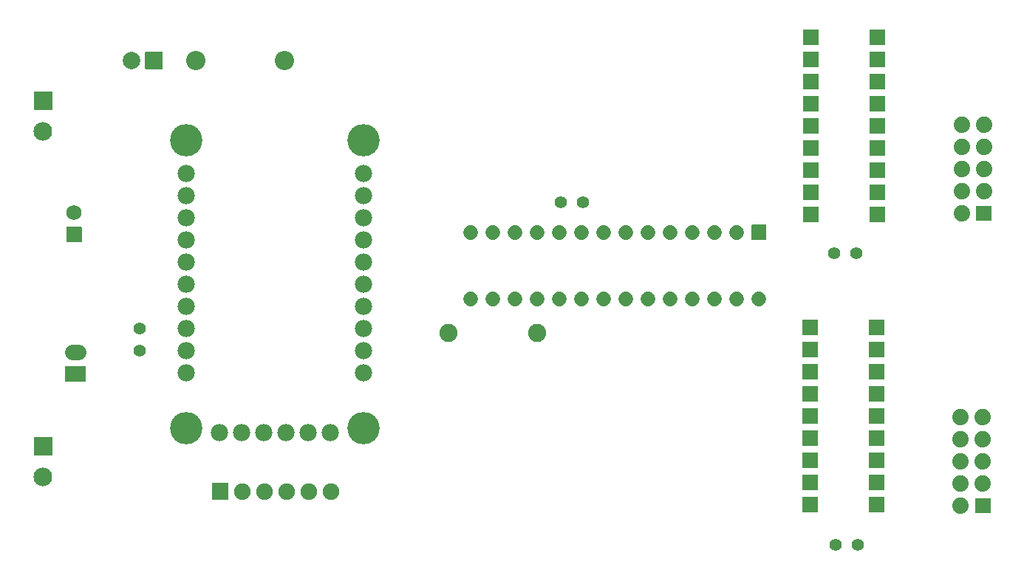
<source format=gts>
G04 Layer: TopSolderMaskLayer*
G04 EasyEDA v6.5.8, 2022-08-15 07:29:34*
G04 028e3914a6f949ed9ca799ef75e4ed4f,10*
G04 Gerber Generator version 0.2*
G04 Scale: 100 percent, Rotated: No, Reflected: No *
G04 Dimensions in millimeters *
G04 leading zeros omitted , absolute positions ,4 integer and 5 decimal *
%FSLAX45Y45*%
%MOMM*%

%ADD10C,1.7516*%
%ADD11C,1.7016*%
%ADD12C,1.9016*%
%ADD13C,1.3970*%
%ADD14C,2.0032*%
%ADD15C,1.7526*%
%ADD16C,2.1336*%
%ADD17C,1.8796*%
%ADD18C,2.0828*%
%ADD19C,3.7084*%
%ADD20C,1.9812*%
%ADD21C,2.2032*%
%ADD22C,0.0172*%

%LPD*%
D10*
X1505699Y4597400D02*
G01*
X1440700Y4597400D01*
D11*
X8801100Y5207000D02*
G01*
X8801100Y5207000D01*
X8547100Y5207000D02*
G01*
X8547100Y5207000D01*
X8293100Y5207000D02*
G01*
X8293100Y5207000D01*
X8039100Y5207000D02*
G01*
X8039100Y5207000D01*
X7785100Y5207000D02*
G01*
X7785100Y5207000D01*
X7531100Y5207000D02*
G01*
X7531100Y5207000D01*
X7277100Y5207000D02*
G01*
X7277100Y5207000D01*
X7277100Y5969000D02*
G01*
X7277100Y5969000D01*
X9055100Y5207000D02*
G01*
X9055100Y5207000D01*
X9309100Y5207000D02*
G01*
X9309100Y5207000D01*
X7531100Y5969000D02*
G01*
X7531100Y5969000D01*
X7785100Y5969000D02*
G01*
X7785100Y5969000D01*
X8039100Y5969000D02*
G01*
X8039100Y5969000D01*
X8293100Y5969000D02*
G01*
X8293100Y5969000D01*
X8547100Y5969000D02*
G01*
X8547100Y5969000D01*
X8801100Y5969000D02*
G01*
X8801100Y5969000D01*
X9055100Y5969000D02*
G01*
X9055100Y5969000D01*
X7023100Y5969000D02*
G01*
X7023100Y5969000D01*
X6769100Y5969000D02*
G01*
X6769100Y5969000D01*
X6515100Y5969000D02*
G01*
X6515100Y5969000D01*
X6261100Y5969000D02*
G01*
X6261100Y5969000D01*
X6007100Y5969000D02*
G01*
X6007100Y5969000D01*
X6007100Y5207000D02*
G01*
X6007100Y5207000D01*
X6261100Y5207000D02*
G01*
X6261100Y5207000D01*
X6515100Y5207000D02*
G01*
X6515100Y5207000D01*
X6769100Y5207000D02*
G01*
X6769100Y5207000D01*
X7023100Y5207000D02*
G01*
X7023100Y5207000D01*
D12*
G01*
X4406900Y2997200D03*
G01*
X4152900Y2997200D03*
G01*
X3898900Y2997200D03*
G01*
X3644900Y2997200D03*
G01*
X3390900Y2997200D03*
G36*
X3046900Y2902120D02*
G01*
X3045376Y2902374D01*
X3043852Y2903136D01*
X3042836Y2904152D01*
X3042074Y2905676D01*
X3041820Y2907200D01*
X3041904Y2907284D01*
X3041904Y3087115D01*
X3041820Y3087199D01*
X3042074Y3088723D01*
X3042836Y3090247D01*
X3043852Y3091263D01*
X3045376Y3092025D01*
X3046900Y3092279D01*
X3046984Y3092195D01*
X3226815Y3092195D01*
X3226899Y3092279D01*
X3228423Y3092025D01*
X3229947Y3091263D01*
X3230963Y3090247D01*
X3231725Y3088723D01*
X3231979Y3087199D01*
X3231895Y3087115D01*
X3231895Y2907284D01*
X3231979Y2907200D01*
X3231725Y2905676D01*
X3230963Y2904152D01*
X3229947Y2903136D01*
X3228423Y2902374D01*
X3226899Y2902120D01*
X3226815Y2902204D01*
X3046984Y2902204D01*
G37*
G36*
X1358137Y4255770D02*
G01*
X1358198Y4255820D01*
X1356674Y4256074D01*
X1355150Y4256836D01*
X1354134Y4257852D01*
X1353372Y4259376D01*
X1353118Y4260900D01*
X1353057Y4260850D01*
X1353057Y4425950D01*
X1353118Y4425899D01*
X1353372Y4427423D01*
X1354134Y4428947D01*
X1355150Y4429963D01*
X1356674Y4430725D01*
X1358198Y4430979D01*
X1358137Y4431029D01*
X1588262Y4431029D01*
X1588201Y4430979D01*
X1589725Y4430725D01*
X1591249Y4429963D01*
X1592265Y4428947D01*
X1593027Y4427423D01*
X1593281Y4425899D01*
X1593342Y4425950D01*
X1593342Y4260850D01*
X1593281Y4260900D01*
X1593027Y4259376D01*
X1592265Y4257852D01*
X1591249Y4256836D01*
X1589725Y4256074D01*
X1588201Y4255820D01*
X1588262Y4255770D01*
G37*
D13*
G01*
X10185400Y2387600D03*
G01*
X10439400Y2387600D03*
G01*
X10172700Y5727700D03*
G01*
X10426700Y5727700D03*
G01*
X7035800Y6311900D03*
G01*
X7289800Y6311900D03*
G01*
X2209800Y4610100D03*
G01*
X2209800Y4864100D03*
D14*
G01*
X2120900Y7937500D03*
G36*
X2284907Y7837347D02*
G01*
X2281859Y7837855D01*
X2278811Y7839379D01*
X2276779Y7841411D01*
X2275255Y7844459D01*
X2274747Y7847507D01*
X2274824Y7847584D01*
X2274824Y8027415D01*
X2274747Y8027492D01*
X2275255Y8030540D01*
X2276779Y8033588D01*
X2278811Y8035620D01*
X2281859Y8037144D01*
X2284907Y8037652D01*
X2284984Y8037576D01*
X2464815Y8037576D01*
X2464892Y8037652D01*
X2467940Y8037144D01*
X2470988Y8035620D01*
X2473020Y8033588D01*
X2474544Y8030540D01*
X2475052Y8027492D01*
X2474975Y8027415D01*
X2474975Y7847584D01*
X2475052Y7847507D01*
X2474544Y7844459D01*
X2473020Y7841411D01*
X2470988Y7839379D01*
X2467940Y7837855D01*
X2464892Y7837347D01*
X2464815Y7837423D01*
X2284984Y7837423D01*
G37*
G36*
X1377950Y5855970D02*
G01*
X1376426Y5856223D01*
X1374902Y5856986D01*
X1373886Y5858002D01*
X1373123Y5859526D01*
X1372870Y5861050D01*
X1372870Y6026150D01*
X1373123Y6027673D01*
X1373886Y6029197D01*
X1374902Y6030213D01*
X1376426Y6030976D01*
X1377950Y6031229D01*
X1543050Y6031229D01*
X1544573Y6030976D01*
X1546097Y6030213D01*
X1547113Y6029197D01*
X1547876Y6027673D01*
X1548129Y6026150D01*
X1548129Y5861050D01*
X1547876Y5859526D01*
X1547113Y5858002D01*
X1546097Y5856986D01*
X1544573Y5856223D01*
X1543050Y5855970D01*
G37*
D15*
G01*
X1460500Y6197600D03*
G36*
X1003300Y3409619D02*
G01*
X1001776Y3409873D01*
X1000252Y3410635D01*
X999236Y3411651D01*
X998473Y3413175D01*
X998220Y3414699D01*
X998220Y3617899D01*
X998473Y3619423D01*
X999236Y3620947D01*
X1000252Y3621963D01*
X1001776Y3622725D01*
X1003300Y3622979D01*
X1003300Y3623055D01*
X1206500Y3623055D01*
X1206500Y3622979D01*
X1208023Y3622725D01*
X1209547Y3621963D01*
X1210563Y3620947D01*
X1211326Y3619423D01*
X1211579Y3617899D01*
X1211579Y3414699D01*
X1211326Y3413175D01*
X1210563Y3411651D01*
X1209547Y3410635D01*
X1208023Y3409873D01*
X1206500Y3409619D01*
X1206500Y3409695D01*
X1003300Y3409695D01*
G37*
D16*
G01*
X1104900Y3166287D03*
G36*
X1003300Y7372019D02*
G01*
X1001776Y7372273D01*
X1000252Y7373035D01*
X999236Y7374051D01*
X998473Y7375575D01*
X998220Y7377099D01*
X998220Y7580299D01*
X998473Y7581823D01*
X999236Y7583347D01*
X1000252Y7584363D01*
X1001776Y7585125D01*
X1003300Y7585379D01*
X1003300Y7585455D01*
X1206500Y7585455D01*
X1206500Y7585379D01*
X1208023Y7585125D01*
X1209547Y7584363D01*
X1210563Y7583347D01*
X1211326Y7581823D01*
X1211579Y7580299D01*
X1211579Y7377099D01*
X1211326Y7375575D01*
X1210563Y7374051D01*
X1209547Y7373035D01*
X1208023Y7372273D01*
X1206500Y7372019D01*
X1206500Y7372095D01*
X1003300Y7372095D01*
G37*
G01*
X1104900Y7128687D03*
G36*
X11791950Y2744470D02*
G01*
X11790425Y2744723D01*
X11788902Y2745486D01*
X11787886Y2746502D01*
X11787124Y2748026D01*
X11786870Y2749550D01*
X11786870Y2914650D01*
X11787124Y2916173D01*
X11787886Y2917697D01*
X11788902Y2918713D01*
X11790425Y2919476D01*
X11791950Y2919729D01*
X11957050Y2919729D01*
X11958574Y2919476D01*
X11960097Y2918713D01*
X11961113Y2917697D01*
X11961875Y2916173D01*
X11962129Y2914650D01*
X11962129Y2749550D01*
X11961875Y2748026D01*
X11961113Y2746502D01*
X11960097Y2745486D01*
X11958574Y2744723D01*
X11957050Y2744470D01*
G37*
D17*
G01*
X11620500Y2832100D03*
G01*
X11874500Y3086100D03*
G01*
X11620500Y3086100D03*
G01*
X11874500Y3340100D03*
G01*
X11620500Y3340100D03*
G01*
X11874500Y3594100D03*
G01*
X11620500Y3594100D03*
G01*
X11874500Y3848100D03*
G01*
X11620500Y3848100D03*
G36*
X11804650Y6097270D02*
G01*
X11803125Y6097523D01*
X11801602Y6098286D01*
X11800586Y6099302D01*
X11799824Y6100826D01*
X11799570Y6102350D01*
X11799570Y6267450D01*
X11799824Y6268973D01*
X11800586Y6270497D01*
X11801602Y6271513D01*
X11803125Y6272276D01*
X11804650Y6272529D01*
X11969750Y6272529D01*
X11971274Y6272276D01*
X11972797Y6271513D01*
X11973813Y6270497D01*
X11974575Y6268973D01*
X11974829Y6267450D01*
X11974829Y6102350D01*
X11974575Y6100826D01*
X11973813Y6099302D01*
X11972797Y6098286D01*
X11971274Y6097523D01*
X11969750Y6097270D01*
G37*
G01*
X11633200Y6184900D03*
G01*
X11887200Y6438900D03*
G01*
X11633200Y6438900D03*
G01*
X11887200Y6692900D03*
G01*
X11633200Y6692900D03*
G01*
X11887200Y6946900D03*
G01*
X11633200Y6946900D03*
G01*
X11887200Y7200900D03*
G01*
X11633200Y7200900D03*
D18*
G01*
X6769100Y4813300D03*
G01*
X5753100Y4813300D03*
G36*
X9229090Y5883910D02*
G01*
X9229100Y5883920D01*
X9227576Y5884174D01*
X9226052Y5884936D01*
X9225036Y5885952D01*
X9224274Y5887476D01*
X9224020Y5889000D01*
X9224009Y5888989D01*
X9224009Y6049010D01*
X9224020Y6048999D01*
X9224274Y6050523D01*
X9225036Y6052047D01*
X9226052Y6053063D01*
X9227576Y6053825D01*
X9229100Y6054079D01*
X9229090Y6054089D01*
X9389109Y6054089D01*
X9389099Y6054079D01*
X9390623Y6053825D01*
X9392147Y6053063D01*
X9393163Y6052047D01*
X9393925Y6050523D01*
X9394179Y6048999D01*
X9394190Y6049010D01*
X9394190Y5888989D01*
X9394179Y5889000D01*
X9393925Y5887476D01*
X9393163Y5885952D01*
X9392147Y5884936D01*
X9390623Y5884174D01*
X9389099Y5883920D01*
X9389109Y5883910D01*
G37*
D19*
G01*
X4775200Y7023100D03*
D20*
G01*
X4775200Y4356100D03*
G01*
X4775200Y4610100D03*
G01*
X4775200Y4864100D03*
G01*
X4775200Y5118100D03*
G01*
X4775200Y5372100D03*
G01*
X4775200Y5626100D03*
G01*
X4775200Y5880100D03*
G01*
X4775200Y6134100D03*
G01*
X4775200Y6388100D03*
G01*
X4775200Y6642100D03*
D19*
G01*
X4775200Y3721100D03*
D20*
G01*
X4394200Y3670300D03*
G01*
X3124200Y3670300D03*
G01*
X3378200Y3670300D03*
G01*
X3632200Y3670300D03*
G01*
X3886200Y3670300D03*
G01*
X4140200Y3670300D03*
D19*
G01*
X2743200Y3721100D03*
D20*
G01*
X2743200Y4356100D03*
G01*
X2743200Y6642100D03*
G01*
X2743200Y6388100D03*
G01*
X2743200Y6134100D03*
G01*
X2743200Y5880100D03*
G01*
X2743200Y5626100D03*
G01*
X2743200Y5372100D03*
G01*
X2743200Y5118100D03*
G01*
X2743200Y4864100D03*
G01*
X2743200Y4610100D03*
G01*
X2743200Y4356100D03*
D19*
G01*
X2743200Y7023100D03*
G36*
X9813290Y4786629D02*
G01*
X9810242Y4787137D01*
X9807194Y4788662D01*
X9805162Y4790694D01*
X9803638Y4793742D01*
X9803130Y4796789D01*
X9803129Y4796789D01*
X9803129Y4956810D01*
X9803130Y4956810D01*
X9803638Y4959857D01*
X9805162Y4962905D01*
X9807194Y4964937D01*
X9810242Y4966462D01*
X9813290Y4966970D01*
X9973309Y4966970D01*
X9976357Y4966462D01*
X9979405Y4964937D01*
X9981437Y4962905D01*
X9982961Y4959857D01*
X9983469Y4956810D01*
X9983470Y4956810D01*
X9983470Y4796789D01*
X9983469Y4796789D01*
X9982961Y4793742D01*
X9981437Y4790694D01*
X9979405Y4788662D01*
X9976357Y4787137D01*
X9973309Y4786629D01*
G37*
G36*
X9813290Y4532629D02*
G01*
X9810242Y4533137D01*
X9807194Y4534662D01*
X9805162Y4536694D01*
X9803638Y4539742D01*
X9803130Y4542789D01*
X9803129Y4542789D01*
X9803129Y4702810D01*
X9803130Y4702810D01*
X9803638Y4705857D01*
X9805162Y4708905D01*
X9807194Y4710937D01*
X9810242Y4712462D01*
X9813290Y4712970D01*
X9973309Y4712970D01*
X9976357Y4712462D01*
X9979405Y4710937D01*
X9981437Y4708905D01*
X9982961Y4705857D01*
X9983469Y4702810D01*
X9983470Y4702810D01*
X9983470Y4542789D01*
X9983469Y4542789D01*
X9982961Y4539742D01*
X9981437Y4536694D01*
X9979405Y4534662D01*
X9976357Y4533137D01*
X9973309Y4532629D01*
G37*
G36*
X9813290Y3262629D02*
G01*
X9810242Y3263137D01*
X9807194Y3264662D01*
X9805162Y3266694D01*
X9803638Y3269742D01*
X9803130Y3272789D01*
X9803129Y3272789D01*
X9803129Y3432810D01*
X9803130Y3432810D01*
X9803638Y3435857D01*
X9805162Y3438905D01*
X9807194Y3440937D01*
X9810242Y3442462D01*
X9813290Y3442970D01*
X9973309Y3442970D01*
X9976357Y3442462D01*
X9979405Y3440937D01*
X9981437Y3438905D01*
X9982961Y3435857D01*
X9983469Y3432810D01*
X9983470Y3432810D01*
X9983470Y3272789D01*
X9983469Y3272789D01*
X9982961Y3269742D01*
X9981437Y3266694D01*
X9979405Y3264662D01*
X9976357Y3263137D01*
X9973309Y3262629D01*
G37*
G36*
X9813290Y3008629D02*
G01*
X9810242Y3009137D01*
X9807194Y3010662D01*
X9805162Y3012694D01*
X9803638Y3015742D01*
X9803130Y3018789D01*
X9803129Y3018789D01*
X9803129Y3178810D01*
X9803130Y3178810D01*
X9803638Y3181857D01*
X9805162Y3184905D01*
X9807194Y3186937D01*
X9810242Y3188462D01*
X9813290Y3188970D01*
X9973309Y3188970D01*
X9976357Y3188462D01*
X9979405Y3186937D01*
X9981437Y3184905D01*
X9982961Y3181857D01*
X9983469Y3178810D01*
X9983470Y3178810D01*
X9983470Y3018789D01*
X9983469Y3018789D01*
X9982961Y3015742D01*
X9981437Y3012694D01*
X9979405Y3010662D01*
X9976357Y3009137D01*
X9973309Y3008629D01*
G37*
G36*
X9813290Y4278629D02*
G01*
X9810242Y4279137D01*
X9807194Y4280662D01*
X9805162Y4282694D01*
X9803638Y4285742D01*
X9803130Y4288789D01*
X9803129Y4288789D01*
X9803129Y4448810D01*
X9803130Y4448810D01*
X9803638Y4451857D01*
X9805162Y4454905D01*
X9807194Y4456937D01*
X9810242Y4458462D01*
X9813290Y4458970D01*
X9973309Y4458970D01*
X9976357Y4458462D01*
X9979405Y4456937D01*
X9981437Y4454905D01*
X9982961Y4451857D01*
X9983469Y4448810D01*
X9983470Y4448810D01*
X9983470Y4288789D01*
X9983469Y4288789D01*
X9982961Y4285742D01*
X9981437Y4282694D01*
X9979405Y4280662D01*
X9976357Y4279137D01*
X9973309Y4278629D01*
G37*
G36*
X9813290Y4024629D02*
G01*
X9810242Y4025137D01*
X9807194Y4026662D01*
X9805162Y4028694D01*
X9803638Y4031742D01*
X9803130Y4034789D01*
X9803129Y4034789D01*
X9803129Y4194810D01*
X9803130Y4194810D01*
X9803638Y4197857D01*
X9805162Y4200905D01*
X9807194Y4202937D01*
X9810242Y4204462D01*
X9813290Y4204970D01*
X9973309Y4204970D01*
X9976357Y4204462D01*
X9979405Y4202937D01*
X9981437Y4200905D01*
X9982961Y4197857D01*
X9983469Y4194810D01*
X9983470Y4194810D01*
X9983470Y4034789D01*
X9983469Y4034789D01*
X9982961Y4031742D01*
X9981437Y4028694D01*
X9979405Y4026662D01*
X9976357Y4025137D01*
X9973309Y4024629D01*
G37*
G36*
X9813290Y3516629D02*
G01*
X9810242Y3517137D01*
X9807194Y3518662D01*
X9805162Y3520694D01*
X9803638Y3523742D01*
X9803130Y3526789D01*
X9803129Y3526789D01*
X9803129Y3686810D01*
X9803130Y3686810D01*
X9803638Y3689857D01*
X9805162Y3692905D01*
X9807194Y3694937D01*
X9810242Y3696462D01*
X9813290Y3696970D01*
X9973309Y3696970D01*
X9976357Y3696462D01*
X9979405Y3694937D01*
X9981437Y3692905D01*
X9982961Y3689857D01*
X9983469Y3686810D01*
X9983470Y3686810D01*
X9983470Y3526789D01*
X9983469Y3526789D01*
X9982961Y3523742D01*
X9981437Y3520694D01*
X9979405Y3518662D01*
X9976357Y3517137D01*
X9973309Y3516629D01*
G37*
G36*
X9813290Y3770629D02*
G01*
X9810242Y3771137D01*
X9807194Y3772662D01*
X9805162Y3774694D01*
X9803638Y3777742D01*
X9803130Y3780789D01*
X9803129Y3780789D01*
X9803129Y3940810D01*
X9803130Y3940810D01*
X9803638Y3943857D01*
X9805162Y3946905D01*
X9807194Y3948937D01*
X9810242Y3950462D01*
X9813290Y3950970D01*
X9973309Y3950970D01*
X9976357Y3950462D01*
X9979405Y3948937D01*
X9981437Y3946905D01*
X9982961Y3943857D01*
X9983469Y3940810D01*
X9983470Y3940810D01*
X9983470Y3780789D01*
X9983469Y3780789D01*
X9982961Y3777742D01*
X9981437Y3774694D01*
X9979405Y3772662D01*
X9976357Y3771137D01*
X9973309Y3770629D01*
G37*
G36*
X9813290Y2754629D02*
G01*
X9810242Y2755137D01*
X9807194Y2756662D01*
X9805162Y2758694D01*
X9803638Y2761742D01*
X9803130Y2764789D01*
X9803129Y2764789D01*
X9803129Y2924810D01*
X9803130Y2924810D01*
X9803638Y2927857D01*
X9805162Y2930905D01*
X9807194Y2932937D01*
X9810242Y2934462D01*
X9813290Y2934970D01*
X9973309Y2934970D01*
X9976357Y2934462D01*
X9979405Y2932937D01*
X9981437Y2930905D01*
X9982961Y2927857D01*
X9983469Y2924810D01*
X9983470Y2924810D01*
X9983470Y2764789D01*
X9983469Y2764789D01*
X9982961Y2761742D01*
X9981437Y2758694D01*
X9979405Y2756662D01*
X9976357Y2755137D01*
X9973309Y2754629D01*
G37*
G36*
X10575290Y2754629D02*
G01*
X10572242Y2755137D01*
X10569194Y2756662D01*
X10567162Y2758694D01*
X10565638Y2761742D01*
X10565130Y2764789D01*
X10565129Y2764789D01*
X10565129Y2924810D01*
X10565130Y2924810D01*
X10565638Y2927857D01*
X10567162Y2930905D01*
X10569194Y2932937D01*
X10572242Y2934462D01*
X10575290Y2934970D01*
X10735309Y2934970D01*
X10738357Y2934462D01*
X10741405Y2932937D01*
X10743437Y2930905D01*
X10744961Y2927857D01*
X10745469Y2924810D01*
X10745470Y2924810D01*
X10745470Y2764789D01*
X10745469Y2764789D01*
X10744961Y2761742D01*
X10743437Y2758694D01*
X10741405Y2756662D01*
X10738357Y2755137D01*
X10735309Y2754629D01*
G37*
G36*
X10575290Y3008629D02*
G01*
X10572242Y3009137D01*
X10569194Y3010662D01*
X10567162Y3012694D01*
X10565638Y3015742D01*
X10565130Y3018789D01*
X10565129Y3018789D01*
X10565129Y3178810D01*
X10565130Y3178810D01*
X10565638Y3181857D01*
X10567162Y3184905D01*
X10569194Y3186937D01*
X10572242Y3188462D01*
X10575290Y3188970D01*
X10735309Y3188970D01*
X10738357Y3188462D01*
X10741405Y3186937D01*
X10743437Y3184905D01*
X10744961Y3181857D01*
X10745469Y3178810D01*
X10745470Y3178810D01*
X10745470Y3018789D01*
X10745469Y3018789D01*
X10744961Y3015742D01*
X10743437Y3012694D01*
X10741405Y3010662D01*
X10738357Y3009137D01*
X10735309Y3008629D01*
G37*
G36*
X10575290Y3262629D02*
G01*
X10572242Y3263137D01*
X10569194Y3264662D01*
X10567162Y3266694D01*
X10565638Y3269742D01*
X10565130Y3272789D01*
X10565129Y3272789D01*
X10565129Y3432810D01*
X10565130Y3432810D01*
X10565638Y3435857D01*
X10567162Y3438905D01*
X10569194Y3440937D01*
X10572242Y3442462D01*
X10575290Y3442970D01*
X10735309Y3442970D01*
X10738357Y3442462D01*
X10741405Y3440937D01*
X10743437Y3438905D01*
X10744961Y3435857D01*
X10745469Y3432810D01*
X10745470Y3432810D01*
X10745470Y3272789D01*
X10745469Y3272789D01*
X10744961Y3269742D01*
X10743437Y3266694D01*
X10741405Y3264662D01*
X10738357Y3263137D01*
X10735309Y3262629D01*
G37*
G36*
X10575290Y3516629D02*
G01*
X10572242Y3517137D01*
X10569194Y3518662D01*
X10567162Y3520694D01*
X10565638Y3523742D01*
X10565130Y3526789D01*
X10565129Y3526789D01*
X10565129Y3686810D01*
X10565130Y3686810D01*
X10565638Y3689857D01*
X10567162Y3692905D01*
X10569194Y3694937D01*
X10572242Y3696462D01*
X10575290Y3696970D01*
X10735309Y3696970D01*
X10738357Y3696462D01*
X10741405Y3694937D01*
X10743437Y3692905D01*
X10744961Y3689857D01*
X10745469Y3686810D01*
X10745470Y3686810D01*
X10745470Y3526789D01*
X10745469Y3526789D01*
X10744961Y3523742D01*
X10743437Y3520694D01*
X10741405Y3518662D01*
X10738357Y3517137D01*
X10735309Y3516629D01*
G37*
G36*
X10575290Y3770629D02*
G01*
X10572242Y3771137D01*
X10569194Y3772662D01*
X10567162Y3774694D01*
X10565638Y3777742D01*
X10565130Y3780789D01*
X10565129Y3780789D01*
X10565129Y3940810D01*
X10565130Y3940810D01*
X10565638Y3943857D01*
X10567162Y3946905D01*
X10569194Y3948937D01*
X10572242Y3950462D01*
X10575290Y3950970D01*
X10735309Y3950970D01*
X10738357Y3950462D01*
X10741405Y3948937D01*
X10743437Y3946905D01*
X10744961Y3943857D01*
X10745469Y3940810D01*
X10745470Y3940810D01*
X10745470Y3780789D01*
X10745469Y3780789D01*
X10744961Y3777742D01*
X10743437Y3774694D01*
X10741405Y3772662D01*
X10738357Y3771137D01*
X10735309Y3770629D01*
G37*
G36*
X10575290Y4024629D02*
G01*
X10572242Y4025137D01*
X10569194Y4026662D01*
X10567162Y4028694D01*
X10565638Y4031742D01*
X10565130Y4034789D01*
X10565129Y4034789D01*
X10565129Y4194810D01*
X10565130Y4194810D01*
X10565638Y4197857D01*
X10567162Y4200905D01*
X10569194Y4202937D01*
X10572242Y4204462D01*
X10575290Y4204970D01*
X10735309Y4204970D01*
X10738357Y4204462D01*
X10741405Y4202937D01*
X10743437Y4200905D01*
X10744961Y4197857D01*
X10745469Y4194810D01*
X10745470Y4194810D01*
X10745470Y4034789D01*
X10745469Y4034789D01*
X10744961Y4031742D01*
X10743437Y4028694D01*
X10741405Y4026662D01*
X10738357Y4025137D01*
X10735309Y4024629D01*
G37*
G36*
X10575290Y4278629D02*
G01*
X10572242Y4279137D01*
X10569194Y4280662D01*
X10567162Y4282694D01*
X10565638Y4285742D01*
X10565130Y4288789D01*
X10565129Y4288789D01*
X10565129Y4448810D01*
X10565130Y4448810D01*
X10565638Y4451857D01*
X10567162Y4454905D01*
X10569194Y4456937D01*
X10572242Y4458462D01*
X10575290Y4458970D01*
X10735309Y4458970D01*
X10738357Y4458462D01*
X10741405Y4456937D01*
X10743437Y4454905D01*
X10744961Y4451857D01*
X10745469Y4448810D01*
X10745470Y4448810D01*
X10745470Y4288789D01*
X10745469Y4288789D01*
X10744961Y4285742D01*
X10743437Y4282694D01*
X10741405Y4280662D01*
X10738357Y4279137D01*
X10735309Y4278629D01*
G37*
G36*
X10575290Y4532629D02*
G01*
X10572242Y4533137D01*
X10569194Y4534662D01*
X10567162Y4536694D01*
X10565638Y4539742D01*
X10565130Y4542789D01*
X10565129Y4542789D01*
X10565129Y4702810D01*
X10565130Y4702810D01*
X10565638Y4705857D01*
X10567162Y4708905D01*
X10569194Y4710937D01*
X10572242Y4712462D01*
X10575290Y4712970D01*
X10735309Y4712970D01*
X10738357Y4712462D01*
X10741405Y4710937D01*
X10743437Y4708905D01*
X10744961Y4705857D01*
X10745469Y4702810D01*
X10745470Y4702810D01*
X10745470Y4542789D01*
X10745469Y4542789D01*
X10744961Y4539742D01*
X10743437Y4536694D01*
X10741405Y4534662D01*
X10738357Y4533137D01*
X10735309Y4532629D01*
G37*
G36*
X10575290Y4786629D02*
G01*
X10572242Y4787137D01*
X10569194Y4788662D01*
X10567162Y4790694D01*
X10565638Y4793742D01*
X10565130Y4796789D01*
X10565129Y4796789D01*
X10565129Y4956810D01*
X10565130Y4956810D01*
X10565638Y4959857D01*
X10567162Y4962905D01*
X10569194Y4964937D01*
X10572242Y4966462D01*
X10575290Y4966970D01*
X10735309Y4966970D01*
X10738357Y4966462D01*
X10741405Y4964937D01*
X10743437Y4962905D01*
X10744961Y4959857D01*
X10745469Y4956810D01*
X10745470Y4956810D01*
X10745470Y4796789D01*
X10745469Y4796789D01*
X10744961Y4793742D01*
X10743437Y4790694D01*
X10741405Y4788662D01*
X10738357Y4787137D01*
X10735309Y4786629D01*
G37*
G36*
X9825990Y8114029D02*
G01*
X9822942Y8114537D01*
X9819894Y8116062D01*
X9817862Y8118094D01*
X9816338Y8121142D01*
X9815830Y8124189D01*
X9815829Y8124189D01*
X9815829Y8284210D01*
X9815830Y8284210D01*
X9816338Y8287258D01*
X9817862Y8290305D01*
X9819894Y8292337D01*
X9822942Y8293862D01*
X9825990Y8294370D01*
X9986009Y8294370D01*
X9989057Y8293862D01*
X9992105Y8292337D01*
X9994137Y8290305D01*
X9995661Y8287258D01*
X9996169Y8284210D01*
X9996170Y8284210D01*
X9996170Y8124189D01*
X9996169Y8124189D01*
X9995661Y8121142D01*
X9994137Y8118094D01*
X9992105Y8116062D01*
X9989057Y8114537D01*
X9986009Y8114029D01*
G37*
G36*
X9825990Y7860029D02*
G01*
X9822942Y7860537D01*
X9819894Y7862062D01*
X9817862Y7864094D01*
X9816338Y7867142D01*
X9815830Y7870189D01*
X9815829Y7870189D01*
X9815829Y8030210D01*
X9815830Y8030210D01*
X9816338Y8033258D01*
X9817862Y8036305D01*
X9819894Y8038337D01*
X9822942Y8039862D01*
X9825990Y8040370D01*
X9986009Y8040370D01*
X9989057Y8039862D01*
X9992105Y8038337D01*
X9994137Y8036305D01*
X9995661Y8033258D01*
X9996169Y8030210D01*
X9996170Y8030210D01*
X9996170Y7870189D01*
X9996169Y7870189D01*
X9995661Y7867142D01*
X9994137Y7864094D01*
X9992105Y7862062D01*
X9989057Y7860537D01*
X9986009Y7860029D01*
G37*
G36*
X9825990Y6590029D02*
G01*
X9822942Y6590537D01*
X9819894Y6592062D01*
X9817862Y6594094D01*
X9816338Y6597142D01*
X9815830Y6600189D01*
X9815829Y6600189D01*
X9815829Y6760210D01*
X9815830Y6760210D01*
X9816338Y6763258D01*
X9817862Y6766305D01*
X9819894Y6768337D01*
X9822942Y6769862D01*
X9825990Y6770370D01*
X9986009Y6770370D01*
X9989057Y6769862D01*
X9992105Y6768337D01*
X9994137Y6766305D01*
X9995661Y6763258D01*
X9996169Y6760210D01*
X9996170Y6760210D01*
X9996170Y6600189D01*
X9996169Y6600189D01*
X9995661Y6597142D01*
X9994137Y6594094D01*
X9992105Y6592062D01*
X9989057Y6590537D01*
X9986009Y6590029D01*
G37*
G36*
X9825990Y6336029D02*
G01*
X9822942Y6336537D01*
X9819894Y6338062D01*
X9817862Y6340094D01*
X9816338Y6343142D01*
X9815830Y6346189D01*
X9815829Y6346189D01*
X9815829Y6506210D01*
X9815830Y6506210D01*
X9816338Y6509257D01*
X9817862Y6512305D01*
X9819894Y6514337D01*
X9822942Y6515862D01*
X9825990Y6516370D01*
X9986009Y6516370D01*
X9989057Y6515862D01*
X9992105Y6514337D01*
X9994137Y6512305D01*
X9995661Y6509257D01*
X9996169Y6506210D01*
X9996170Y6506210D01*
X9996170Y6346189D01*
X9996169Y6346189D01*
X9995661Y6343142D01*
X9994137Y6340094D01*
X9992105Y6338062D01*
X9989057Y6336537D01*
X9986009Y6336029D01*
G37*
G36*
X9825990Y7606029D02*
G01*
X9822942Y7606537D01*
X9819894Y7608062D01*
X9817862Y7610094D01*
X9816338Y7613142D01*
X9815830Y7616189D01*
X9815829Y7616189D01*
X9815829Y7776210D01*
X9815830Y7776210D01*
X9816338Y7779258D01*
X9817862Y7782305D01*
X9819894Y7784337D01*
X9822942Y7785862D01*
X9825990Y7786370D01*
X9986009Y7786370D01*
X9989057Y7785862D01*
X9992105Y7784337D01*
X9994137Y7782305D01*
X9995661Y7779258D01*
X9996169Y7776210D01*
X9996170Y7776210D01*
X9996170Y7616189D01*
X9996169Y7616189D01*
X9995661Y7613142D01*
X9994137Y7610094D01*
X9992105Y7608062D01*
X9989057Y7606537D01*
X9986009Y7606029D01*
G37*
G36*
X9825990Y7352029D02*
G01*
X9822942Y7352537D01*
X9819894Y7354062D01*
X9817862Y7356094D01*
X9816338Y7359142D01*
X9815830Y7362189D01*
X9815829Y7362189D01*
X9815829Y7522210D01*
X9815830Y7522210D01*
X9816338Y7525258D01*
X9817862Y7528305D01*
X9819894Y7530337D01*
X9822942Y7531862D01*
X9825990Y7532370D01*
X9986009Y7532370D01*
X9989057Y7531862D01*
X9992105Y7530337D01*
X9994137Y7528305D01*
X9995661Y7525258D01*
X9996169Y7522210D01*
X9996170Y7522210D01*
X9996170Y7362189D01*
X9996169Y7362189D01*
X9995661Y7359142D01*
X9994137Y7356094D01*
X9992105Y7354062D01*
X9989057Y7352537D01*
X9986009Y7352029D01*
G37*
G36*
X9825990Y6844029D02*
G01*
X9822942Y6844537D01*
X9819894Y6846062D01*
X9817862Y6848094D01*
X9816338Y6851142D01*
X9815830Y6854189D01*
X9815829Y6854189D01*
X9815829Y7014210D01*
X9815830Y7014210D01*
X9816338Y7017258D01*
X9817862Y7020305D01*
X9819894Y7022337D01*
X9822942Y7023862D01*
X9825990Y7024370D01*
X9986009Y7024370D01*
X9989057Y7023862D01*
X9992105Y7022337D01*
X9994137Y7020305D01*
X9995661Y7017258D01*
X9996169Y7014210D01*
X9996170Y7014210D01*
X9996170Y6854189D01*
X9996169Y6854189D01*
X9995661Y6851142D01*
X9994137Y6848094D01*
X9992105Y6846062D01*
X9989057Y6844537D01*
X9986009Y6844029D01*
G37*
G36*
X9825990Y7098029D02*
G01*
X9822942Y7098537D01*
X9819894Y7100062D01*
X9817862Y7102094D01*
X9816338Y7105142D01*
X9815830Y7108189D01*
X9815829Y7108189D01*
X9815829Y7268210D01*
X9815830Y7268210D01*
X9816338Y7271258D01*
X9817862Y7274305D01*
X9819894Y7276337D01*
X9822942Y7277862D01*
X9825990Y7278370D01*
X9986009Y7278370D01*
X9989057Y7277862D01*
X9992105Y7276337D01*
X9994137Y7274305D01*
X9995661Y7271258D01*
X9996169Y7268210D01*
X9996170Y7268210D01*
X9996170Y7108189D01*
X9996169Y7108189D01*
X9995661Y7105142D01*
X9994137Y7102094D01*
X9992105Y7100062D01*
X9989057Y7098537D01*
X9986009Y7098029D01*
G37*
G36*
X9825990Y6082029D02*
G01*
X9822942Y6082537D01*
X9819894Y6084062D01*
X9817862Y6086094D01*
X9816338Y6089142D01*
X9815830Y6092189D01*
X9815829Y6092189D01*
X9815829Y6252210D01*
X9815830Y6252210D01*
X9816338Y6255257D01*
X9817862Y6258305D01*
X9819894Y6260337D01*
X9822942Y6261862D01*
X9825990Y6262370D01*
X9986009Y6262370D01*
X9989057Y6261862D01*
X9992105Y6260337D01*
X9994137Y6258305D01*
X9995661Y6255257D01*
X9996169Y6252210D01*
X9996170Y6252210D01*
X9996170Y6092189D01*
X9996169Y6092189D01*
X9995661Y6089142D01*
X9994137Y6086094D01*
X9992105Y6084062D01*
X9989057Y6082537D01*
X9986009Y6082029D01*
G37*
G36*
X10587990Y6082029D02*
G01*
X10584942Y6082537D01*
X10581894Y6084062D01*
X10579862Y6086094D01*
X10578338Y6089142D01*
X10577830Y6092189D01*
X10577829Y6092189D01*
X10577829Y6252210D01*
X10577830Y6252210D01*
X10578338Y6255257D01*
X10579862Y6258305D01*
X10581894Y6260337D01*
X10584942Y6261862D01*
X10587990Y6262370D01*
X10748009Y6262370D01*
X10751057Y6261862D01*
X10754105Y6260337D01*
X10756137Y6258305D01*
X10757661Y6255257D01*
X10758169Y6252210D01*
X10758170Y6252210D01*
X10758170Y6092189D01*
X10758169Y6092189D01*
X10757661Y6089142D01*
X10756137Y6086094D01*
X10754105Y6084062D01*
X10751057Y6082537D01*
X10748009Y6082029D01*
G37*
G36*
X10587990Y6336029D02*
G01*
X10584942Y6336537D01*
X10581894Y6338062D01*
X10579862Y6340094D01*
X10578338Y6343142D01*
X10577830Y6346189D01*
X10577829Y6346189D01*
X10577829Y6506210D01*
X10577830Y6506210D01*
X10578338Y6509257D01*
X10579862Y6512305D01*
X10581894Y6514337D01*
X10584942Y6515862D01*
X10587990Y6516370D01*
X10748009Y6516370D01*
X10751057Y6515862D01*
X10754105Y6514337D01*
X10756137Y6512305D01*
X10757661Y6509257D01*
X10758169Y6506210D01*
X10758170Y6506210D01*
X10758170Y6346189D01*
X10758169Y6346189D01*
X10757661Y6343142D01*
X10756137Y6340094D01*
X10754105Y6338062D01*
X10751057Y6336537D01*
X10748009Y6336029D01*
G37*
G36*
X10587990Y6590029D02*
G01*
X10584942Y6590537D01*
X10581894Y6592062D01*
X10579862Y6594094D01*
X10578338Y6597142D01*
X10577830Y6600189D01*
X10577829Y6600189D01*
X10577829Y6760210D01*
X10577830Y6760210D01*
X10578338Y6763258D01*
X10579862Y6766305D01*
X10581894Y6768337D01*
X10584942Y6769862D01*
X10587990Y6770370D01*
X10748009Y6770370D01*
X10751057Y6769862D01*
X10754105Y6768337D01*
X10756137Y6766305D01*
X10757661Y6763258D01*
X10758169Y6760210D01*
X10758170Y6760210D01*
X10758170Y6600189D01*
X10758169Y6600189D01*
X10757661Y6597142D01*
X10756137Y6594094D01*
X10754105Y6592062D01*
X10751057Y6590537D01*
X10748009Y6590029D01*
G37*
G36*
X10587990Y6844029D02*
G01*
X10584942Y6844537D01*
X10581894Y6846062D01*
X10579862Y6848094D01*
X10578338Y6851142D01*
X10577830Y6854189D01*
X10577829Y6854189D01*
X10577829Y7014210D01*
X10577830Y7014210D01*
X10578338Y7017258D01*
X10579862Y7020305D01*
X10581894Y7022337D01*
X10584942Y7023862D01*
X10587990Y7024370D01*
X10748009Y7024370D01*
X10751057Y7023862D01*
X10754105Y7022337D01*
X10756137Y7020305D01*
X10757661Y7017258D01*
X10758169Y7014210D01*
X10758170Y7014210D01*
X10758170Y6854189D01*
X10758169Y6854189D01*
X10757661Y6851142D01*
X10756137Y6848094D01*
X10754105Y6846062D01*
X10751057Y6844537D01*
X10748009Y6844029D01*
G37*
G36*
X10587990Y7098029D02*
G01*
X10584942Y7098537D01*
X10581894Y7100062D01*
X10579862Y7102094D01*
X10578338Y7105142D01*
X10577830Y7108189D01*
X10577829Y7108189D01*
X10577829Y7268210D01*
X10577830Y7268210D01*
X10578338Y7271258D01*
X10579862Y7274305D01*
X10581894Y7276337D01*
X10584942Y7277862D01*
X10587990Y7278370D01*
X10748009Y7278370D01*
X10751057Y7277862D01*
X10754105Y7276337D01*
X10756137Y7274305D01*
X10757661Y7271258D01*
X10758169Y7268210D01*
X10758170Y7268210D01*
X10758170Y7108189D01*
X10758169Y7108189D01*
X10757661Y7105142D01*
X10756137Y7102094D01*
X10754105Y7100062D01*
X10751057Y7098537D01*
X10748009Y7098029D01*
G37*
G36*
X10587990Y7352029D02*
G01*
X10584942Y7352537D01*
X10581894Y7354062D01*
X10579862Y7356094D01*
X10578338Y7359142D01*
X10577830Y7362189D01*
X10577829Y7362189D01*
X10577829Y7522210D01*
X10577830Y7522210D01*
X10578338Y7525258D01*
X10579862Y7528305D01*
X10581894Y7530337D01*
X10584942Y7531862D01*
X10587990Y7532370D01*
X10748009Y7532370D01*
X10751057Y7531862D01*
X10754105Y7530337D01*
X10756137Y7528305D01*
X10757661Y7525258D01*
X10758169Y7522210D01*
X10758170Y7522210D01*
X10758170Y7362189D01*
X10758169Y7362189D01*
X10757661Y7359142D01*
X10756137Y7356094D01*
X10754105Y7354062D01*
X10751057Y7352537D01*
X10748009Y7352029D01*
G37*
G36*
X10587990Y7606029D02*
G01*
X10584942Y7606537D01*
X10581894Y7608062D01*
X10579862Y7610094D01*
X10578338Y7613142D01*
X10577830Y7616189D01*
X10577829Y7616189D01*
X10577829Y7776210D01*
X10577830Y7776210D01*
X10578338Y7779258D01*
X10579862Y7782305D01*
X10581894Y7784337D01*
X10584942Y7785862D01*
X10587990Y7786370D01*
X10748009Y7786370D01*
X10751057Y7785862D01*
X10754105Y7784337D01*
X10756137Y7782305D01*
X10757661Y7779258D01*
X10758169Y7776210D01*
X10758170Y7776210D01*
X10758170Y7616189D01*
X10758169Y7616189D01*
X10757661Y7613142D01*
X10756137Y7610094D01*
X10754105Y7608062D01*
X10751057Y7606537D01*
X10748009Y7606029D01*
G37*
G36*
X10587990Y7860029D02*
G01*
X10584942Y7860537D01*
X10581894Y7862062D01*
X10579862Y7864094D01*
X10578338Y7867142D01*
X10577830Y7870189D01*
X10577829Y7870189D01*
X10577829Y8030210D01*
X10577830Y8030210D01*
X10578338Y8033258D01*
X10579862Y8036305D01*
X10581894Y8038337D01*
X10584942Y8039862D01*
X10587990Y8040370D01*
X10748009Y8040370D01*
X10751057Y8039862D01*
X10754105Y8038337D01*
X10756137Y8036305D01*
X10757661Y8033258D01*
X10758169Y8030210D01*
X10758170Y8030210D01*
X10758170Y7870189D01*
X10758169Y7870189D01*
X10757661Y7867142D01*
X10756137Y7864094D01*
X10754105Y7862062D01*
X10751057Y7860537D01*
X10748009Y7860029D01*
G37*
G36*
X10587990Y8114029D02*
G01*
X10584942Y8114537D01*
X10581894Y8116062D01*
X10579862Y8118094D01*
X10578338Y8121142D01*
X10577830Y8124189D01*
X10577829Y8124189D01*
X10577829Y8284210D01*
X10577830Y8284210D01*
X10578338Y8287258D01*
X10579862Y8290305D01*
X10581894Y8292337D01*
X10584942Y8293862D01*
X10587990Y8294370D01*
X10748009Y8294370D01*
X10751057Y8293862D01*
X10754105Y8292337D01*
X10756137Y8290305D01*
X10757661Y8287258D01*
X10758169Y8284210D01*
X10758170Y8284210D01*
X10758170Y8124189D01*
X10758169Y8124189D01*
X10757661Y8121142D01*
X10756137Y8118094D01*
X10754105Y8116062D01*
X10751057Y8114537D01*
X10748009Y8114029D01*
G37*
D21*
G01*
X2857500Y7937500D03*
G01*
X3873500Y7937500D03*
M02*

</source>
